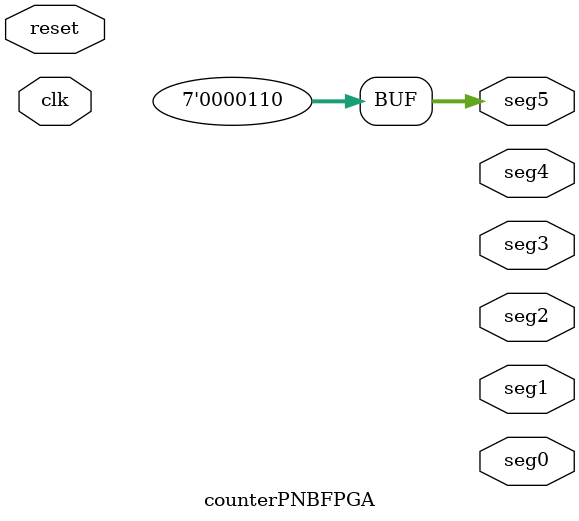
<source format=sv>
module counterPNBFPGA(input logic clk, reset, 
                      //output logic [5:0] q,
                      output logic [6:0] seg0, 
                      output logic [6:0] seg1, 
                      output logic [6:0] seg2, 
                      output logic [6:0] seg3, 
                      output logic [6:0] seg4, 
                      output logic [6:0] seg5);
							 
	assign seg5 = 7'b0000110;						 
	

    /**
	 always_ff @( posedge clk, posedge reset )
        if(reset) begin
            q <= 'b000000; 
        end
        else begin
            q <= q + 'b000001;

            if (q[0] === 'b1) begin
                assign seg0 = 7'b100000;
            end
            else begin
                assign seg0 = 7'b000110;
            end
            
            if (q[1] === 'b1) begin
                assign seg1 = 7'b100000;
            end
            else begin
                assign seg1 = 7'b000110;
            end

            if (q[2] === 'b1) begin
                assign seg2 = 7'b100000;
            end
            else begin
                assign seg2 = 7'b000110;
            end

            if (q[3] === 'b1) begin
                assign seg3 = 7'b100000;
            end
            else begin
                assign seg3 = 7'b000110;
            end

            if (q[4] === 'b1) begin
                assign seg4 = 7'b100000;
            end
            else begin
                assign seg4 = 7'b000110;
            end

            if (q[5] === 'b1) begin
                assign seg5 = 7'b100000;
            end
            else begin
                assign seg5 = 7'b000110;
            end
            
    end **/

endmodule 
</source>
